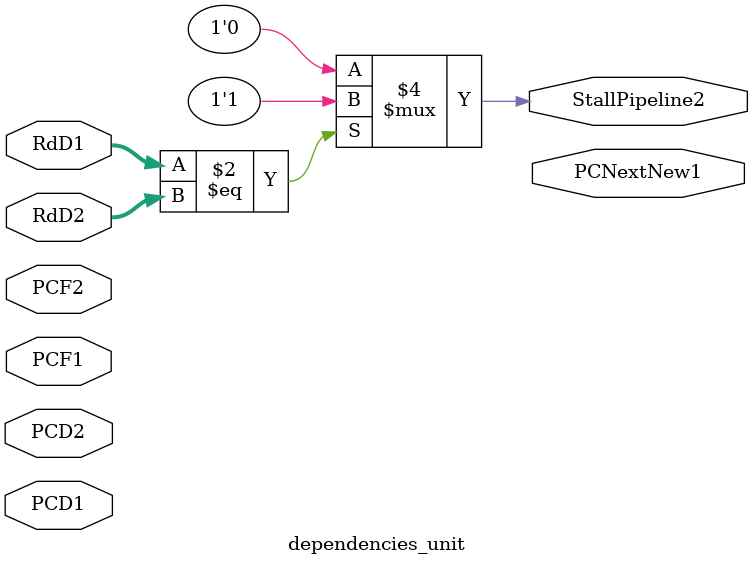
<source format=sv>
module dependencies_unit(

    input [4:0] RdD1,
    input [4:0] RdD2,
    input [31:0] PCD1,
    input [31:0] PCD2,
    input [31:0] PCF1,
    input [31:0] PCF2,



    
    output [31:0] PCNextNew1,    
    output StallPipeline2

);


always_comb begin

    StallPipeline2 = 1'b0;


    if(RdD1 == RdD2)
        StallPipeline2 = 1'b1;
        //PCNextNew1 = PCD2
        //PCNextNew2 = PCF2 -> implement with MUX in fetch stage 



end





endmodule

</source>
